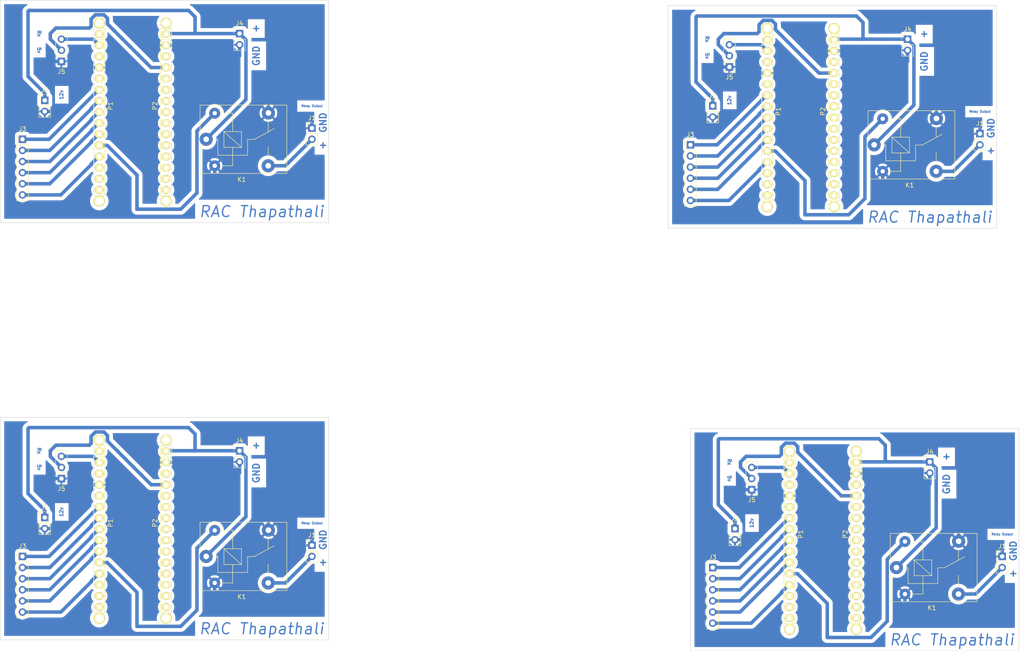
<source format=kicad_pcb>
(kicad_pcb (version 20171130) (host pcbnew "(5.1.5)-3")
  (title_block (date "jeu. 02 avril 2015"))
  (layers (0 F.Cu signal) (31 B.Cu signal) (34 B.Paste user) (35 F.Paste user) (36 B.SilkS user) (37 F.SilkS user) (38 B.Mask user) (39 F.Mask user) (44 Edge.Cuts user))
  (net 0 "")
  (net 1 "/1(Tx)")
  (net 2 "/0(Rx)")
  (net 3 /Reset)
  (net 4 GND)
  (net 5 /2)
  (net 6 "/3(**)")
  (net 7 /4)
  (net 8 "/5(**)")
  (net 9 "/6(**)")
  (net 10 /7)
  (net 11 /8)
  (net 12 "/9(**)")
  (net 13 "/10(**/SS)")
  (net 14 /Vin)
  (net 15 +5V)
  (net 16 /A7)
  (net 17 /A6)
  (net 18 /A5)
  (net 19 /A4)
  (net 20 /A3)
  (net 21 /A2)
  (net 22 /A1)
  (net 23 /A0)
  (net 24 /AREF)
  (net 25 "/13(SCK)")
  (net 26 "Net-(P3-Pad1)")
  (net 27 "Net-(P4-Pad1)")
  (net 28 "Net-(P5-Pad1)")
  (net 29 "Net-(P6-Pad1)")
  (net 30 +3V3)
  (net 31 "/11(**/MOSI)")
  (net 32 "/12(MISO)")
  (net 33 "Net-(J1-Pad2)")
  (module Connector_PinHeader_2.54mm:PinHeader_1x02_P2.54mm_Vertical (layer F.Cu) (at 237.49 129.54)
    (fp_text reference J4 (at 0 -2.33) (layer F.SilkS))
    (fp_text value "Terminal Connector")
    (pad 2 thru_hole oval (at 0 2.54) (size 1.7 1.7) (drill 1) (layers *.Cu *.Mask))
    (pad 1 thru_hole rect (at 0 0) (size 1.7 1.7) (drill 1) (layers *.Cu *.Mask))
  )
  (module Socket_Arduino_Nano:1pin_Nano (layer F.Cu) (at 205.486 167.767)
    (fp_text reference P4 hide)
    (fp_text value CONN_01X01 hide)
    (pad 1 thru_hole circle (at 0 0) (size 2.54 2.54) (drill 1.778) (layers *.Cu *.Mask F.SilkS))
  )
  (module Connector_PinHeader_2.54mm:PinHeader_1x03_P2.54mm_Vertical (layer F.Cu) (at 196.85 135.89 180)
    (fp_text reference J5 (at 0 -2.33) (layer F.SilkS))
    (fp_text value Reciever)
    (pad 3 thru_hole oval (at 0 5.08 180) (size 1.7 1.7) (drill 1) (layers *.Cu *.Mask))
    (pad 2 thru_hole oval (at 0 2.54 180) (size 1.7 1.7) (drill 1) (layers *.Cu *.Mask))
    (pad 1 thru_hole rect (at 0 0 180) (size 1.7 1.7) (drill 1) (layers *.Cu *.Mask))
  )
  (module Socket_Arduino_Nano:1pin_Nano (layer F.Cu) (at 220.726 167.767)
    (fp_text reference P5 hide)
    (fp_text value CONN_01X01 hide)
    (pad 1 thru_hole circle (at 0 0) (size 2.54 2.54) (drill 1.778) (layers *.Cu *.Mask F.SilkS))
  )
  (module Connector_PinHeader_2.54mm:PinHeader_1x02_P2.54mm_Vertical (layer F.Cu) (at 254 151.13)
    (fp_text reference J1 (at 0 -2.33) (layer F.SilkS))
    (fp_text value "Output Relay")
    (pad 2 thru_hole oval (at 0 2.54) (size 1.7 1.7) (drill 1) (layers *.Cu *.Mask))
    (pad 1 thru_hole rect (at 0 0) (size 1.7 1.7) (drill 1) (layers *.Cu *.Mask))
  )
  (module Relay_THT:Relay_SPDT_SANYOU_SRD_Series_Form_C (layer F.Cu) (at 229.87 153.67)
    (fp_text reference K1 (at 8.1 9.2) (layer F.SilkS))
    (fp_text value SANYOU_SRD_Form_C)
    (pad 1 thru_hole circle (at 0 0 90) (size 3 3) (drill 1.3) (layers *.Cu *.Mask))
    (pad 5 thru_hole circle (at 1.95 -5.95 90) (size 2.5 2.5) (drill 1) (layers *.Cu *.Mask))
    (pad 4 thru_hole circle (at 14.2 -6 90) (size 3 3) (drill 1.3) (layers *.Cu *.Mask))
    (pad 3 thru_hole circle (at 14.15 6.05 90) (size 3 3) (drill 1.3) (layers *.Cu *.Mask))
    (pad 2 thru_hole circle (at 1.95 6.05 90) (size 2.5 2.5) (drill 1) (layers *.Cu *.Mask))
  )
  (module Socket_Arduino_Nano:1pin_Nano (layer F.Cu) (at 205.486 127.127)
    (fp_text reference P3 hide)
    (fp_text value CONN_01X01 hide)
    (pad 1 thru_hole circle (at 0 0) (size 2.54 2.54) (drill 1.778) (layers *.Cu *.Mask F.SilkS))
  )
  (module Connector_PinHeader_2.54mm:PinHeader_1x02_P2.54mm_Vertical (layer F.Cu) (at 193.04 144.78)
    (fp_text reference J2 (at 0 -2.33) (layer F.SilkS))
    (fp_text value "Motor driver io")
    (pad 2 thru_hole oval (at 0 2.54) (size 1.7 1.7) (drill 1) (layers *.Cu *.Mask))
    (pad 1 thru_hole rect (at 0 0) (size 1.7 1.7) (drill 1) (layers *.Cu *.Mask))
  )
  (module Socket_Arduino_Nano:Socket_Strip_Arduino_1x15 (layer F.Cu) (at 205.486 129.667 270)
    (fp_text reference P1 (at 16.383 -2.54 270) (layer F.SilkS))
    (fp_text value Digital)
    (pad 1 thru_hole oval (at 0 0 270) (size 1.7272 2.032) (drill 1.016) (layers *.Cu *.Mask F.SilkS))
    (pad 2 thru_hole oval (at 2.54 0 270) (size 1.7272 2.032) (drill 1.016) (layers *.Cu *.Mask F.SilkS))
    (pad 3 thru_hole oval (at 5.08 0 270) (size 1.7272 2.032) (drill 1.016) (layers *.Cu *.Mask F.SilkS))
    (pad 4 thru_hole oval (at 7.62 0 270) (size 1.7272 2.032) (drill 1.016) (layers *.Cu *.Mask F.SilkS))
    (pad 5 thru_hole oval (at 10.16 0 270) (size 1.7272 2.032) (drill 1.016) (layers *.Cu *.Mask F.SilkS))
    (pad 6 thru_hole oval (at 12.7 0 270) (size 1.7272 2.032) (drill 1.016) (layers *.Cu *.Mask F.SilkS))
    (pad 7 thru_hole oval (at 15.24 0 270) (size 1.7272 2.032) (drill 1.016) (layers *.Cu *.Mask F.SilkS))
    (pad 8 thru_hole oval (at 17.78 0 270) (size 1.7272 2.032) (drill 1.016) (layers *.Cu *.Mask F.SilkS))
    (pad 9 thru_hole oval (at 20.32 0 270) (size 1.7272 2.032) (drill 1.016) (layers *.Cu *.Mask F.SilkS))
    (pad 10 thru_hole oval (at 22.86 0 270) (size 1.7272 2.032) (drill 1.016) (layers *.Cu *.Mask F.SilkS))
    (pad 11 thru_hole oval (at 25.4 0 270) (size 1.7272 2.032) (drill 1.016) (layers *.Cu *.Mask F.SilkS))
    (pad 12 thru_hole oval (at 27.94 0 270) (size 1.7272 2.032) (drill 1.016) (layers *.Cu *.Mask F.SilkS))
    (pad 13 thru_hole oval (at 30.48 0 270) (size 1.7272 2.032) (drill 1.016) (layers *.Cu *.Mask F.SilkS))
    (pad 14 thru_hole oval (at 33.02 0 270) (size 1.7272 2.032) (drill 1.016) (layers *.Cu *.Mask F.SilkS))
    (pad 15 thru_hole oval (at 35.56 0 270) (size 1.7272 2.032) (drill 1.016) (layers *.Cu *.Mask F.SilkS))
  )
  (module Socket_Arduino_Nano:1pin_Nano (layer F.Cu) (at 220.726 127.127)
    (fp_text reference P6 hide)
    (fp_text value CONN_01X01 hide)
    (pad 1 thru_hole circle (at 0 0) (size 2.54 2.54) (drill 1.778) (layers *.Cu *.Mask F.SilkS))
  )
  (module Socket_Arduino_Nano:Socket_Strip_Arduino_1x15 (layer F.Cu) (at 220.726 129.667 270)
    (fp_text reference P2 (at 16.383 2.54 270) (layer F.SilkS))
    (fp_text value Analog)
    (pad 1 thru_hole oval (at 0 0 270) (size 1.7272 2.032) (drill 1.016) (layers *.Cu *.Mask F.SilkS))
    (pad 2 thru_hole oval (at 2.54 0 270) (size 1.7272 2.032) (drill 1.016) (layers *.Cu *.Mask F.SilkS))
    (pad 3 thru_hole oval (at 5.08 0 270) (size 1.7272 2.032) (drill 1.016) (layers *.Cu *.Mask F.SilkS))
    (pad 4 thru_hole oval (at 7.62 0 270) (size 1.7272 2.032) (drill 1.016) (layers *.Cu *.Mask F.SilkS))
    (pad 5 thru_hole oval (at 10.16 0 270) (size 1.7272 2.032) (drill 1.016) (layers *.Cu *.Mask F.SilkS))
    (pad 6 thru_hole oval (at 12.7 0 270) (size 1.7272 2.032) (drill 1.016) (layers *.Cu *.Mask F.SilkS))
    (pad 7 thru_hole oval (at 15.24 0 270) (size 1.7272 2.032) (drill 1.016) (layers *.Cu *.Mask F.SilkS))
    (pad 8 thru_hole oval (at 17.78 0 270) (size 1.7272 2.032) (drill 1.016) (layers *.Cu *.Mask F.SilkS))
    (pad 9 thru_hole oval (at 20.32 0 270) (size 1.7272 2.032) (drill 1.016) (layers *.Cu *.Mask F.SilkS))
    (pad 10 thru_hole oval (at 22.86 0 270) (size 1.7272 2.032) (drill 1.016) (layers *.Cu *.Mask F.SilkS))
    (pad 11 thru_hole oval (at 25.4 0 270) (size 1.7272 2.032) (drill 1.016) (layers *.Cu *.Mask F.SilkS))
    (pad 12 thru_hole oval (at 27.94 0 270) (size 1.7272 2.032) (drill 1.016) (layers *.Cu *.Mask F.SilkS))
    (pad 13 thru_hole oval (at 30.48 0 270) (size 1.7272 2.032) (drill 1.016) (layers *.Cu *.Mask F.SilkS))
    (pad 14 thru_hole oval (at 33.02 0 270) (size 1.7272 2.032) (drill 1.016) (layers *.Cu *.Mask F.SilkS))
    (pad 15 thru_hole oval (at 35.56 0 270) (size 1.7272 2.032) (drill 1.016) (layers *.Cu *.Mask F.SilkS))
  )
  (module Connector_PinHeader_2.54mm:PinHeader_1x06_P2.54mm_Vertical (layer F.Cu) (at 187.96 153.67)
    (fp_text reference J3 (at 0 -2.33) (layer F.SilkS))
    (fp_text value "Motor Driver")
    (pad 6 thru_hole oval (at 0 12.7) (size 1.7 1.7) (drill 1) (layers *.Cu *.Mask))
    (pad 5 thru_hole oval (at 0 10.16) (size 1.7 1.7) (drill 1) (layers *.Cu *.Mask))
    (pad 4 thru_hole oval (at 0 7.62) (size 1.7 1.7) (drill 1) (layers *.Cu *.Mask))
    (pad 3 thru_hole oval (at 0 5.08) (size 1.7 1.7) (drill 1) (layers *.Cu *.Mask))
    (pad 2 thru_hole oval (at 0 2.54) (size 1.7 1.7) (drill 1) (layers *.Cu *.Mask))
    (pad 1 thru_hole rect (at 0 0) (size 1.7 1.7) (drill 1) (layers *.Cu *.Mask))
  )
  (module Socket_Arduino_Nano:1pin_Nano (layer F.Cu) (at 200.406 71.247)
    (fp_text reference P4 hide)
    (fp_text value CONN_01X01 hide)
    (pad 1 thru_hole circle (at 0 0) (size 2.54 2.54) (drill 1.778) (layers *.Cu *.Mask F.SilkS))
  )
  (module Socket_Arduino_Nano:1pin_Nano (layer F.Cu) (at 215.646 30.607)
    (fp_text reference P6 hide)
    (fp_text value CONN_01X01 hide)
    (pad 1 thru_hole circle (at 0 0) (size 2.54 2.54) (drill 1.778) (layers *.Cu *.Mask F.SilkS))
  )
  (module Connector_PinHeader_2.54mm:PinHeader_1x02_P2.54mm_Vertical (layer F.Cu) (at 232.41 33.02)
    (fp_text reference J4 (at 0 -2.33) (layer F.SilkS))
    (fp_text value "Terminal Connector")
    (pad 1 thru_hole rect (at 0 0) (size 1.7 1.7) (drill 1) (layers *.Cu *.Mask))
    (pad 2 thru_hole oval (at 0 2.54) (size 1.7 1.7) (drill 1) (layers *.Cu *.Mask))
  )
  (module Socket_Arduino_Nano:Socket_Strip_Arduino_1x15 (layer F.Cu) (at 215.646 33.147 270)
    (fp_text reference P2 (at 16.383 2.54 270) (layer F.SilkS))
    (fp_text value Analog)
    (pad 15 thru_hole oval (at 35.56 0 270) (size 1.7272 2.032) (drill 1.016) (layers *.Cu *.Mask F.SilkS))
    (pad 14 thru_hole oval (at 33.02 0 270) (size 1.7272 2.032) (drill 1.016) (layers *.Cu *.Mask F.SilkS))
    (pad 13 thru_hole oval (at 30.48 0 270) (size 1.7272 2.032) (drill 1.016) (layers *.Cu *.Mask F.SilkS))
    (pad 12 thru_hole oval (at 27.94 0 270) (size 1.7272 2.032) (drill 1.016) (layers *.Cu *.Mask F.SilkS))
    (pad 11 thru_hole oval (at 25.4 0 270) (size 1.7272 2.032) (drill 1.016) (layers *.Cu *.Mask F.SilkS))
    (pad 10 thru_hole oval (at 22.86 0 270) (size 1.7272 2.032) (drill 1.016) (layers *.Cu *.Mask F.SilkS))
    (pad 9 thru_hole oval (at 20.32 0 270) (size 1.7272 2.032) (drill 1.016) (layers *.Cu *.Mask F.SilkS))
    (pad 8 thru_hole oval (at 17.78 0 270) (size 1.7272 2.032) (drill 1.016) (layers *.Cu *.Mask F.SilkS))
    (pad 7 thru_hole oval (at 15.24 0 270) (size 1.7272 2.032) (drill 1.016) (layers *.Cu *.Mask F.SilkS))
    (pad 6 thru_hole oval (at 12.7 0 270) (size 1.7272 2.032) (drill 1.016) (layers *.Cu *.Mask F.SilkS))
    (pad 5 thru_hole oval (at 10.16 0 270) (size 1.7272 2.032) (drill 1.016) (layers *.Cu *.Mask F.SilkS))
    (pad 4 thru_hole oval (at 7.62 0 270) (size 1.7272 2.032) (drill 1.016) (layers *.Cu *.Mask F.SilkS))
    (pad 3 thru_hole oval (at 5.08 0 270) (size 1.7272 2.032) (drill 1.016) (layers *.Cu *.Mask F.SilkS))
    (pad 2 thru_hole oval (at 2.54 0 270) (size 1.7272 2.032) (drill 1.016) (layers *.Cu *.Mask F.SilkS))
    (pad 1 thru_hole oval (at 0 0 270) (size 1.7272 2.032) (drill 1.016) (layers *.Cu *.Mask F.SilkS))
  )
  (module Connector_PinHeader_2.54mm:PinHeader_1x03_P2.54mm_Vertical (layer F.Cu) (at 191.77 39.37 180)
    (fp_text reference J5 (at 0 -2.33) (layer F.SilkS))
    (fp_text value Reciever)
    (pad 1 thru_hole rect (at 0 0 180) (size 1.7 1.7) (drill 1) (layers *.Cu *.Mask))
    (pad 2 thru_hole oval (at 0 2.54 180) (size 1.7 1.7) (drill 1) (layers *.Cu *.Mask))
    (pad 3 thru_hole oval (at 0 5.08 180) (size 1.7 1.7) (drill 1) (layers *.Cu *.Mask))
  )
  (module Connector_PinHeader_2.54mm:PinHeader_1x02_P2.54mm_Vertical (layer F.Cu) (at 187.96 48.26)
    (fp_text reference J2 (at 0 -2.33) (layer F.SilkS))
    (fp_text value "Motor driver io")
    (pad 1 thru_hole rect (at 0 0) (size 1.7 1.7) (drill 1) (layers *.Cu *.Mask))
    (pad 2 thru_hole oval (at 0 2.54) (size 1.7 1.7) (drill 1) (layers *.Cu *.Mask))
  )
  (module Connector_PinHeader_2.54mm:PinHeader_1x06_P2.54mm_Vertical (layer F.Cu) (at 182.88 57.15)
    (fp_text reference J3 (at 0 -2.33) (layer F.SilkS))
    (fp_text value "Motor Driver")
    (pad 1 thru_hole rect (at 0 0) (size 1.7 1.7) (drill 1) (layers *.Cu *.Mask))
    (pad 2 thru_hole oval (at 0 2.54) (size 1.7 1.7) (drill 1) (layers *.Cu *.Mask))
    (pad 3 thru_hole oval (at 0 5.08) (size 1.7 1.7) (drill 1) (layers *.Cu *.Mask))
    (pad 4 thru_hole oval (at 0 7.62) (size 1.7 1.7) (drill 1) (layers *.Cu *.Mask))
    (pad 5 thru_hole oval (at 0 10.16) (size 1.7 1.7) (drill 1) (layers *.Cu *.Mask))
    (pad 6 thru_hole oval (at 0 12.7) (size 1.7 1.7) (drill 1) (layers *.Cu *.Mask))
  )
  (module Socket_Arduino_Nano:Socket_Strip_Arduino_1x15 (layer F.Cu) (at 200.406 33.147 270)
    (fp_text reference P1 (at 16.383 -2.54 270) (layer F.SilkS))
    (fp_text value Digital)
    (pad 15 thru_hole oval (at 35.56 0 270) (size 1.7272 2.032) (drill 1.016) (layers *.Cu *.Mask F.SilkS))
    (pad 14 thru_hole oval (at 33.02 0 270) (size 1.7272 2.032) (drill 1.016) (layers *.Cu *.Mask F.SilkS))
    (pad 13 thru_hole oval (at 30.48 0 270) (size 1.7272 2.032) (drill 1.016) (layers *.Cu *.Mask F.SilkS))
    (pad 12 thru_hole oval (at 27.94 0 270) (size 1.7272 2.032) (drill 1.016) (layers *.Cu *.Mask F.SilkS))
    (pad 11 thru_hole oval (at 25.4 0 270) (size 1.7272 2.032) (drill 1.016) (layers *.Cu *.Mask F.SilkS))
    (pad 10 thru_hole oval (at 22.86 0 270) (size 1.7272 2.032) (drill 1.016) (layers *.Cu *.Mask F.SilkS))
    (pad 9 thru_hole oval (at 20.32 0 270) (size 1.7272 2.032) (drill 1.016) (layers *.Cu *.Mask F.SilkS))
    (pad 8 thru_hole oval (at 17.78 0 270) (size 1.7272 2.032) (drill 1.016) (layers *.Cu *.Mask F.SilkS))
    (pad 7 thru_hole oval (at 15.24 0 270) (size 1.7272 2.032) (drill 1.016) (layers *.Cu *.Mask F.SilkS))
    (pad 6 thru_hole oval (at 12.7 0 270) (size 1.7272 2.032) (drill 1.016) (layers *.Cu *.Mask F.SilkS))
    (pad 5 thru_hole oval (at 10.16 0 270) (size 1.7272 2.032) (drill 1.016) (layers *.Cu *.Mask F.SilkS))
    (pad 4 thru_hole oval (at 7.62 0 270) (size 1.7272 2.032) (drill 1.016) (layers *.Cu *.Mask F.SilkS))
    (pad 3 thru_hole oval (at 5.08 0 270) (size 1.7272 2.032) (drill 1.016) (layers *.Cu *.Mask F.SilkS))
    (pad 2 thru_hole oval (at 2.54 0 270) (size 1.7272 2.032) (drill 1.016) (layers *.Cu *.Mask F.SilkS))
    (pad 1 thru_hole oval (at 0 0 270) (size 1.7272 2.032) (drill 1.016) (layers *.Cu *.Mask F.SilkS))
  )
  (module Socket_Arduino_Nano:1pin_Nano (layer F.Cu) (at 215.646 71.247)
    (fp_text reference P5 hide)
    (fp_text value CONN_01X01 hide)
    (pad 1 thru_hole circle (at 0 0) (size 2.54 2.54) (drill 1.778) (layers *.Cu *.Mask F.SilkS))
  )
  (module Connector_PinHeader_2.54mm:PinHeader_1x02_P2.54mm_Vertical (layer F.Cu) (at 248.92 54.61)
    (fp_text reference J1 (at 0 -2.33) (layer F.SilkS))
    (fp_text value "Output Relay")
    (pad 1 thru_hole rect (at 0 0) (size 1.7 1.7) (drill 1) (layers *.Cu *.Mask))
    (pad 2 thru_hole oval (at 0 2.54) (size 1.7 1.7) (drill 1) (layers *.Cu *.Mask))
  )
  (module Relay_THT:Relay_SPDT_SANYOU_SRD_Series_Form_C (layer F.Cu) (at 224.79 57.15)
    (fp_text reference K1 (at 8.1 9.2) (layer F.SilkS))
    (fp_text value SANYOU_SRD_Form_C)
    (pad 2 thru_hole circle (at 1.95 6.05 90) (size 2.5 2.5) (drill 1) (layers *.Cu *.Mask))
    (pad 3 thru_hole circle (at 14.15 6.05 90) (size 3 3) (drill 1.3) (layers *.Cu *.Mask))
    (pad 4 thru_hole circle (at 14.2 -6 90) (size 3 3) (drill 1.3) (layers *.Cu *.Mask))
    (pad 5 thru_hole circle (at 1.95 -5.95 90) (size 2.5 2.5) (drill 1) (layers *.Cu *.Mask))
    (pad 1 thru_hole circle (at 0 0 90) (size 3 3) (drill 1.3) (layers *.Cu *.Mask))
  )
  (module Socket_Arduino_Nano:1pin_Nano (layer F.Cu) (at 200.406 30.607)
    (fp_text reference P3 hide)
    (fp_text value CONN_01X01 hide)
    (pad 1 thru_hole circle (at 0 0) (size 2.54 2.54) (drill 1.778) (layers *.Cu *.Mask F.SilkS))
  )
  (module Socket_Arduino_Nano:1pin_Nano (layer F.Cu) (at 48.006 69.977)
    (fp_text reference P4 hide)
    (fp_text value CONN_01X01 hide)
    (pad 1 thru_hole circle (at 0 0) (size 2.54 2.54) (drill 1.778) (layers *.Cu *.Mask F.SilkS))
  )
  (module Socket_Arduino_Nano:1pin_Nano (layer F.Cu) (at 63.246 29.337)
    (fp_text reference P6 hide)
    (fp_text value CONN_01X01 hide)
    (pad 1 thru_hole circle (at 0 0) (size 2.54 2.54) (drill 1.778) (layers *.Cu *.Mask F.SilkS))
  )
  (module Connector_PinHeader_2.54mm:PinHeader_1x02_P2.54mm_Vertical (layer F.Cu) (at 80.01 31.75)
    (fp_text reference J4 (at 0 -2.33) (layer F.SilkS))
    (fp_text value "Terminal Connector")
    (pad 1 thru_hole rect (at 0 0) (size 1.7 1.7) (drill 1) (layers *.Cu *.Mask))
    (pad 2 thru_hole oval (at 0 2.54) (size 1.7 1.7) (drill 1) (layers *.Cu *.Mask))
  )
  (module Socket_Arduino_Nano:Socket_Strip_Arduino_1x15 (layer F.Cu) (at 63.246 31.877 270)
    (fp_text reference P2 (at 16.383 2.54 270) (layer F.SilkS))
    (fp_text value Analog)
    (pad 15 thru_hole oval (at 35.56 0 270) (size 1.7272 2.032) (drill 1.016) (layers *.Cu *.Mask F.SilkS))
    (pad 14 thru_hole oval (at 33.02 0 270) (size 1.7272 2.032) (drill 1.016) (layers *.Cu *.Mask F.SilkS))
    (pad 13 thru_hole oval (at 30.48 0 270) (size 1.7272 2.032) (drill 1.016) (layers *.Cu *.Mask F.SilkS))
    (pad 12 thru_hole oval (at 27.94 0 270) (size 1.7272 2.032) (drill 1.016) (layers *.Cu *.Mask F.SilkS))
    (pad 11 thru_hole oval (at 25.4 0 270) (size 1.7272 2.032) (drill 1.016) (layers *.Cu *.Mask F.SilkS))
    (pad 10 thru_hole oval (at 22.86 0 270) (size 1.7272 2.032) (drill 1.016) (layers *.Cu *.Mask F.SilkS))
    (pad 9 thru_hole oval (at 20.32 0 270) (size 1.7272 2.032) (drill 1.016) (layers *.Cu *.Mask F.SilkS))
    (pad 8 thru_hole oval (at 17.78 0 270) (size 1.7272 2.032) (drill 1.016) (layers *.Cu *.Mask F.SilkS))
    (pad 7 thru_hole oval (at 15.24 0 270) (size 1.7272 2.032) (drill 1.016) (layers *.Cu *.Mask F.SilkS))
    (pad 6 thru_hole oval (at 12.7 0 270) (size 1.7272 2.032) (drill 1.016) (layers *.Cu *.Mask F.SilkS))
    (pad 5 thru_hole oval (at 10.16 0 270) (size 1.7272 2.032) (drill 1.016) (layers *.Cu *.Mask F.SilkS))
    (pad 4 thru_hole oval (at 7.62 0 270) (size 1.7272 2.032) (drill 1.016) (layers *.Cu *.Mask F.SilkS))
    (pad 3 thru_hole oval (at 5.08 0 270) (size 1.7272 2.032) (drill 1.016) (layers *.Cu *.Mask F.SilkS))
    (pad 2 thru_hole oval (at 2.54 0 270) (size 1.7272 2.032) (drill 1.016) (layers *.Cu *.Mask F.SilkS))
    (pad 1 thru_hole oval (at 0 0 270) (size 1.7272 2.032) (drill 1.016) (layers *.Cu *.Mask F.SilkS))
  )
  (module Connector_PinHeader_2.54mm:PinHeader_1x03_P2.54mm_Vertical (layer F.Cu) (at 39.37 38.1 180)
    (fp_text reference J5 (at 0 -2.33) (layer F.SilkS))
    (fp_text value Reciever)
    (pad 1 thru_hole rect (at 0 0 180) (size 1.7 1.7) (drill 1) (layers *.Cu *.Mask))
    (pad 2 thru_hole oval (at 0 2.54 180) (size 1.7 1.7) (drill 1) (layers *.Cu *.Mask))
    (pad 3 thru_hole oval (at 0 5.08 180) (size 1.7 1.7) (drill 1) (layers *.Cu *.Mask))
  )
  (module Connector_PinHeader_2.54mm:PinHeader_1x02_P2.54mm_Vertical (layer F.Cu) (at 35.56 46.99)
    (fp_text reference J2 (at 0 -2.33) (layer F.SilkS))
    (fp_text value "Motor driver io")
    (pad 1 thru_hole rect (at 0 0) (size 1.7 1.7) (drill 1) (layers *.Cu *.Mask))
    (pad 2 thru_hole oval (at 0 2.54) (size 1.7 1.7) (drill 1) (layers *.Cu *.Mask))
  )
  (module Connector_PinHeader_2.54mm:PinHeader_1x06_P2.54mm_Vertical (layer F.Cu) (at 30.48 55.88)
    (fp_text reference J3 (at 0 -2.33) (layer F.SilkS))
    (fp_text value "Motor Driver")
    (pad 1 thru_hole rect (at 0 0) (size 1.7 1.7) (drill 1) (layers *.Cu *.Mask))
    (pad 2 thru_hole oval (at 0 2.54) (size 1.7 1.7) (drill 1) (layers *.Cu *.Mask))
    (pad 3 thru_hole oval (at 0 5.08) (size 1.7 1.7) (drill 1) (layers *.Cu *.Mask))
    (pad 4 thru_hole oval (at 0 7.62) (size 1.7 1.7) (drill 1) (layers *.Cu *.Mask))
    (pad 5 thru_hole oval (at 0 10.16) (size 1.7 1.7) (drill 1) (layers *.Cu *.Mask))
    (pad 6 thru_hole oval (at 0 12.7) (size 1.7 1.7) (drill 1) (layers *.Cu *.Mask))
  )
  (module Socket_Arduino_Nano:Socket_Strip_Arduino_1x15 (layer F.Cu) (at 48.006 31.877 270)
    (fp_text reference P1 (at 16.383 -2.54 270) (layer F.SilkS))
    (fp_text value Digital)
    (pad 15 thru_hole oval (at 35.56 0 270) (size 1.7272 2.032) (drill 1.016) (layers *.Cu *.Mask F.SilkS))
    (pad 14 thru_hole oval (at 33.02 0 270) (size 1.7272 2.032) (drill 1.016) (layers *.Cu *.Mask F.SilkS))
    (pad 13 thru_hole oval (at 30.48 0 270) (size 1.7272 2.032) (drill 1.016) (layers *.Cu *.Mask F.SilkS))
    (pad 12 thru_hole oval (at 27.94 0 270) (size 1.7272 2.032) (drill 1.016) (layers *.Cu *.Mask F.SilkS))
    (pad 11 thru_hole oval (at 25.4 0 270) (size 1.7272 2.032) (drill 1.016) (layers *.Cu *.Mask F.SilkS))
    (pad 10 thru_hole oval (at 22.86 0 270) (size 1.7272 2.032) (drill 1.016) (layers *.Cu *.Mask F.SilkS))
    (pad 9 thru_hole oval (at 20.32 0 270) (size 1.7272 2.032) (drill 1.016) (layers *.Cu *.Mask F.SilkS))
    (pad 8 thru_hole oval (at 17.78 0 270) (size 1.7272 2.032) (drill 1.016) (layers *.Cu *.Mask F.SilkS))
    (pad 7 thru_hole oval (at 15.24 0 270) (size 1.7272 2.032) (drill 1.016) (layers *.Cu *.Mask F.SilkS))
    (pad 6 thru_hole oval (at 12.7 0 270) (size 1.7272 2.032) (drill 1.016) (layers *.Cu *.Mask F.SilkS))
    (pad 5 thru_hole oval (at 10.16 0 270) (size 1.7272 2.032) (drill 1.016) (layers *.Cu *.Mask F.SilkS))
    (pad 4 thru_hole oval (at 7.62 0 270) (size 1.7272 2.032) (drill 1.016) (layers *.Cu *.Mask F.SilkS))
    (pad 3 thru_hole oval (at 5.08 0 270) (size 1.7272 2.032) (drill 1.016) (layers *.Cu *.Mask F.SilkS))
    (pad 2 thru_hole oval (at 2.54 0 270) (size 1.7272 2.032) (drill 1.016) (layers *.Cu *.Mask F.SilkS))
    (pad 1 thru_hole oval (at 0 0 270) (size 1.7272 2.032) (drill 1.016) (layers *.Cu *.Mask F.SilkS))
  )
  (module Socket_Arduino_Nano:1pin_Nano (layer F.Cu) (at 63.246 69.977)
    (fp_text reference P5 hide)
    (fp_text value CONN_01X01 hide)
    (pad 1 thru_hole circle (at 0 0) (size 2.54 2.54) (drill 1.778) (layers *.Cu *.Mask F.SilkS))
  )
  (module Connector_PinHeader_2.54mm:PinHeader_1x02_P2.54mm_Vertical (layer F.Cu) (at 96.52 53.34)
    (fp_text reference J1 (at 0 -2.33) (layer F.SilkS))
    (fp_text value "Output Relay")
    (pad 1 thru_hole rect (at 0 0) (size 1.7 1.7) (drill 1) (layers *.Cu *.Mask))
    (pad 2 thru_hole oval (at 0 2.54) (size 1.7 1.7) (drill 1) (layers *.Cu *.Mask))
  )
  (module Relay_THT:Relay_SPDT_SANYOU_SRD_Series_Form_C (layer F.Cu) (at 72.39 55.88)
    (fp_text reference K1 (at 8.1 9.2) (layer F.SilkS))
    (fp_text value SANYOU_SRD_Form_C)
    (pad 2 thru_hole circle (at 1.95 6.05 90) (size 2.5 2.5) (drill 1) (layers *.Cu *.Mask))
    (pad 3 thru_hole circle (at 14.15 6.05 90) (size 3 3) (drill 1.3) (layers *.Cu *.Mask))
    (pad 4 thru_hole circle (at 14.2 -6 90) (size 3 3) (drill 1.3) (layers *.Cu *.Mask))
    (pad 5 thru_hole circle (at 1.95 -5.95 90) (size 2.5 2.5) (drill 1) (layers *.Cu *.Mask))
    (pad 1 thru_hole circle (at 0 0 90) (size 3 3) (drill 1.3) (layers *.Cu *.Mask))
  )
  (module Socket_Arduino_Nano:1pin_Nano (layer F.Cu) (at 48.006 29.337)
    (fp_text reference P3 hide)
    (fp_text value CONN_01X01 hide)
    (pad 1 thru_hole circle (at 0 0) (size 2.54 2.54) (drill 1.778) (layers *.Cu *.Mask F.SilkS))
  )
  (module Relay_THT:Relay_SPDT_SANYOU_SRD_Series_Form_C (layer F.Cu) (at 72.39 151.13)
    (fp_text reference K1 (at 8.1 9.2) (layer F.SilkS))
    (fp_text value SANYOU_SRD_Form_C)
    (pad 1 thru_hole circle (at 0 0 90) (size 3 3) (drill 1.3) (layers *.Cu *.Mask) (net 14 /Vin))
    (pad 5 thru_hole circle (at 1.95 -5.95 90) (size 2.5 2.5) (drill 1) (layers *.Cu *.Mask) (net 11 /8))
    (pad 4 thru_hole circle (at 14.2 -6 90) (size 3 3) (drill 1.3) (layers *.Cu *.Mask) (net 4 GND))
    (pad 3 thru_hole circle (at 14.15 6.05 90) (size 3 3) (drill 1.3) (layers *.Cu *.Mask) (net 33 "Net-(J1-Pad2)"))
    (pad 2 thru_hole circle (at 1.95 6.05 90) (size 2.5 2.5) (drill 1) (layers *.Cu *.Mask) (net 4 GND))
  )
  (module Connector_PinHeader_2.54mm:PinHeader_1x03_P2.54mm_Vertical (layer F.Cu) (at 39.37 133.35 180)
    (fp_text reference J5 (at 0 -2.33) (layer F.SilkS))
    (fp_text value Reciever)
    (pad 3 thru_hole oval (at 0 5.08 180) (size 1.7 1.7) (drill 1) (layers *.Cu *.Mask) (net 2 "/0(Rx)"))
    (pad 2 thru_hole oval (at 0 2.54 180) (size 1.7 1.7) (drill 1) (layers *.Cu *.Mask) (net 15 +5V))
    (pad 1 thru_hole rect (at 0 0 180) (size 1.7 1.7) (drill 1) (layers *.Cu *.Mask) (net 4 GND))
  )
  (module Connector_PinHeader_2.54mm:PinHeader_1x02_P2.54mm_Vertical (layer F.Cu) (at 80.01 127)
    (fp_text reference J4 (at 0 -2.33) (layer F.SilkS))
    (fp_text value "Terminal Connector")
    (pad 2 thru_hole oval (at 0 2.54) (size 1.7 1.7) (drill 1) (layers *.Cu *.Mask) (net 4 GND))
    (pad 1 thru_hole rect (at 0 0) (size 1.7 1.7) (drill 1) (layers *.Cu *.Mask) (net 14 /Vin))
  )
  (module Connector_PinHeader_2.54mm:PinHeader_1x06_P2.54mm_Vertical (layer F.Cu) (at 30.48 151.13)
    (fp_text reference J3 (at 0 -2.33) (layer F.SilkS))
    (fp_text value "Motor Driver")
    (pad 6 thru_hole oval (at 0 12.7) (size 1.7 1.7) (drill 1) (layers *.Cu *.Mask) (net 12 "/9(**)"))
    (pad 5 thru_hole oval (at 0 10.16) (size 1.7 1.7) (drill 1) (layers *.Cu *.Mask) (net 10 /7))
    (pad 4 thru_hole oval (at 0 7.62) (size 1.7 1.7) (drill 1) (layers *.Cu *.Mask) (net 9 "/6(**)"))
    (pad 3 thru_hole oval (at 0 5.08) (size 1.7 1.7) (drill 1) (layers *.Cu *.Mask) (net 8 "/5(**)"))
    (pad 2 thru_hole oval (at 0 2.54) (size 1.7 1.7) (drill 1) (layers *.Cu *.Mask) (net 7 /4))
    (pad 1 thru_hole rect (at 0 0) (size 1.7 1.7) (drill 1) (layers *.Cu *.Mask) (net 6 "/3(**)"))
  )
  (module Connector_PinHeader_2.54mm:PinHeader_1x02_P2.54mm_Vertical (layer F.Cu) (at 35.56 142.24)
    (fp_text reference J2 (at 0 -2.33) (layer F.SilkS))
    (fp_text value "Motor driver io")
    (pad 2 thru_hole oval (at 0 2.54) (size 1.7 1.7) (drill 1) (layers *.Cu *.Mask) (net 4 GND))
    (pad 1 thru_hole rect (at 0 0) (size 1.7 1.7) (drill 1) (layers *.Cu *.Mask) (net 14 /Vin))
  )
  (module Connector_PinHeader_2.54mm:PinHeader_1x02_P2.54mm_Vertical (layer F.Cu) (at 96.52 148.59)
    (fp_text reference J1 (at 0 -2.33) (layer F.SilkS))
    (fp_text value "Output Relay")
    (pad 2 thru_hole oval (at 0 2.54) (size 1.7 1.7) (drill 1) (layers *.Cu *.Mask) (net 33 "Net-(J1-Pad2)"))
    (pad 1 thru_hole rect (at 0 0) (size 1.7 1.7) (drill 1) (layers *.Cu *.Mask) (net 4 GND))
  )
  (module Socket_Arduino_Nano:Socket_Strip_Arduino_1x15 (layer F.Cu) (at 48.006 127.127 270)
    (fp_text reference P1 (at 16.383 -2.54 270) (layer F.SilkS))
    (fp_text value Digital)
    (pad 1 thru_hole oval (at 0 0 270) (size 1.7272 2.032) (drill 1.016) (layers *.Cu *.Mask F.SilkS) (net 1 "/1(Tx)"))
    (pad 2 thru_hole oval (at 2.54 0 270) (size 1.7272 2.032) (drill 1.016) (layers *.Cu *.Mask F.SilkS) (net 2 "/0(Rx)"))
    (pad 3 thru_hole oval (at 5.08 0 270) (size 1.7272 2.032) (drill 1.016) (layers *.Cu *.Mask F.SilkS) (net 3 /Reset))
    (pad 4 thru_hole oval (at 7.62 0 270) (size 1.7272 2.032) (drill 1.016) (layers *.Cu *.Mask F.SilkS) (net 4 GND))
    (pad 5 thru_hole oval (at 10.16 0 270) (size 1.7272 2.032) (drill 1.016) (layers *.Cu *.Mask F.SilkS) (net 5 /2))
    (pad 6 thru_hole oval (at 12.7 0 270) (size 1.7272 2.032) (drill 1.016) (layers *.Cu *.Mask F.SilkS) (net 6 "/3(**)"))
    (pad 7 thru_hole oval (at 15.24 0 270) (size 1.7272 2.032) (drill 1.016) (layers *.Cu *.Mask F.SilkS) (net 7 /4))
    (pad 8 thru_hole oval (at 17.78 0 270) (size 1.7272 2.032) (drill 1.016) (layers *.Cu *.Mask F.SilkS) (net 8 "/5(**)"))
    (pad 9 thru_hole oval (at 20.32 0 270) (size 1.7272 2.032) (drill 1.016) (layers *.Cu *.Mask F.SilkS) (net 9 "/6(**)"))
    (pad 10 thru_hole oval (at 22.86 0 270) (size 1.7272 2.032) (drill 1.016) (layers *.Cu *.Mask F.SilkS) (net 10 /7))
    (pad 11 thru_hole oval (at 25.4 0 270) (size 1.7272 2.032) (drill 1.016) (layers *.Cu *.Mask F.SilkS) (net 11 /8))
    (pad 12 thru_hole oval (at 27.94 0 270) (size 1.7272 2.032) (drill 1.016) (layers *.Cu *.Mask F.SilkS) (net 12 "/9(**)"))
    (pad 13 thru_hole oval (at 30.48 0 270) (size 1.7272 2.032) (drill 1.016) (layers *.Cu *.Mask F.SilkS) (net 13 "/10(**/SS)"))
    (pad 14 thru_hole oval (at 33.02 0 270) (size 1.7272 2.032) (drill 1.016) (layers *.Cu *.Mask F.SilkS) (net 31 "/11(**/MOSI)"))
    (pad 15 thru_hole oval (at 35.56 0 270) (size 1.7272 2.032) (drill 1.016) (layers *.Cu *.Mask F.SilkS) (net 32 "/12(MISO)"))
  )
  (module Socket_Arduino_Nano:Socket_Strip_Arduino_1x15 (layer F.Cu) (at 63.246 127.127 270)
    (fp_text reference P2 (at 16.383 2.54 270) (layer F.SilkS))
    (fp_text value Analog)
    (pad 1 thru_hole oval (at 0 0 270) (size 1.7272 2.032) (drill 1.016) (layers *.Cu *.Mask F.SilkS) (net 14 /Vin))
    (pad 2 thru_hole oval (at 2.54 0 270) (size 1.7272 2.032) (drill 1.016) (layers *.Cu *.Mask F.SilkS) (net 4 GND))
    (pad 3 thru_hole oval (at 5.08 0 270) (size 1.7272 2.032) (drill 1.016) (layers *.Cu *.Mask F.SilkS) (net 3 /Reset))
    (pad 4 thru_hole oval (at 7.62 0 270) (size 1.7272 2.032) (drill 1.016) (layers *.Cu *.Mask F.SilkS) (net 15 +5V))
    (pad 5 thru_hole oval (at 10.16 0 270) (size 1.7272 2.032) (drill 1.016) (layers *.Cu *.Mask F.SilkS) (net 16 /A7))
    (pad 6 thru_hole oval (at 12.7 0 270) (size 1.7272 2.032) (drill 1.016) (layers *.Cu *.Mask F.SilkS) (net 17 /A6))
    (pad 7 thru_hole oval (at 15.24 0 270) (size 1.7272 2.032) (drill 1.016) (layers *.Cu *.Mask F.SilkS) (net 18 /A5))
    (pad 8 thru_hole oval (at 17.78 0 270) (size 1.7272 2.032) (drill 1.016) (layers *.Cu *.Mask F.SilkS) (net 19 /A4))
    (pad 9 thru_hole oval (at 20.32 0 270) (size 1.7272 2.032) (drill 1.016) (layers *.Cu *.Mask F.SilkS) (net 20 /A3))
    (pad 10 thru_hole oval (at 22.86 0 270) (size 1.7272 2.032) (drill 1.016) (layers *.Cu *.Mask F.SilkS) (net 21 /A2))
    (pad 11 thru_hole oval (at 25.4 0 270) (size 1.7272 2.032) (drill 1.016) (layers *.Cu *.Mask F.SilkS) (net 22 /A1))
    (pad 12 thru_hole oval (at 27.94 0 270) (size 1.7272 2.032) (drill 1.016) (layers *.Cu *.Mask F.SilkS) (net 23 /A0))
    (pad 13 thru_hole oval (at 30.48 0 270) (size 1.7272 2.032) (drill 1.016) (layers *.Cu *.Mask F.SilkS) (net 24 /AREF))
    (pad 14 thru_hole oval (at 33.02 0 270) (size 1.7272 2.032) (drill 1.016) (layers *.Cu *.Mask F.SilkS) (net 30 +3V3))
    (pad 15 thru_hole oval (at 35.56 0 270) (size 1.7272 2.032) (drill 1.016) (layers *.Cu *.Mask F.SilkS) (net 25 "/13(SCK)"))
  )
  (module Socket_Arduino_Nano:1pin_Nano (layer F.Cu) (at 48.006 124.587)
    (fp_text reference P3 hide)
    (fp_text value CONN_01X01 hide)
    (pad 1 thru_hole circle (at 0 0) (size 2.54 2.54) (drill 1.778) (layers *.Cu *.Mask F.SilkS) (net 26 "Net-(P3-Pad1)"))
  )
  (module Socket_Arduino_Nano:1pin_Nano (layer F.Cu) (at 48.006 165.227)
    (fp_text reference P4 hide)
    (fp_text value CONN_01X01 hide)
    (pad 1 thru_hole circle (at 0 0) (size 2.54 2.54) (drill 1.778) (layers *.Cu *.Mask F.SilkS) (net 27 "Net-(P4-Pad1)"))
  )
  (module Socket_Arduino_Nano:1pin_Nano (layer F.Cu) (at 63.246 165.227)
    (fp_text reference P5 hide)
    (fp_text value CONN_01X01 hide)
    (pad 1 thru_hole circle (at 0 0) (size 2.54 2.54) (drill 1.778) (layers *.Cu *.Mask F.SilkS) (net 28 "Net-(P5-Pad1)"))
  )
  (module Socket_Arduino_Nano:1pin_Nano (layer F.Cu) (at 63.246 124.587)
    (fp_text reference P6 hide)
    (fp_text value CONN_01X01 hide)
    (pad 1 thru_hole circle (at 0 0) (size 2.54 2.54) (drill 1.778) (layers *.Cu *.Mask F.SilkS) (net 29 "Net-(P6-Pad1)"))
  )
  (gr_text "Relay Output" (at 254 146.05) (layer B.Cu) (effects (font (size 0.5 0.5) (thickness 0.125))))
  (gr_text "RAC Thapathali" (at 242.57 170.18) (layer B.Cu) (effects (font (size 2.5 2.5) (thickness 0.3) italic)))
  (gr_text 12v (at 196.85 143.51 90) (layer B.Cu) (effects (font (size 0.8 0.8) (thickness 0.2))))
  (gr_text GND (at 241.3 134.62 90) (layer B.Cu) (effects (font (size 1.5 1.5) (thickness 0.3))))
  (gr_text Rx (at 191.77 129.54 270) (layer B.Cu) (effects (font (size 0.8 0.8) (thickness 0.2))))
  (gr_text + (at 241.3 128.27) (layer B.Cu) (effects (font (size 1.5 1.5) (thickness 0.3))))
  (gr_text + (at 256.54 154.94) (layer B.Cu) (effects (font (size 1.5 1.5) (thickness 0.3))))
  (gr_text 5v (at 191.77 133.35 270) (layer B.Cu) (effects (font (size 0.8 0.8) (thickness 0.2))))
  (gr_text GND (at 256.54 149.86 90) (layer B.Cu) (effects (font (size 1.5 1.5) (thickness 0.3))))
  (gr_line (start 182.88 121.92) (end 184.15 121.92) (layer Edge.Cuts) (width 0.1))
  (gr_line (start 184.15 121.92) (end 257.81 121.92) (layer Edge.Cuts) (width 0.1))
  (gr_line (start 257.81 121.92) (end 257.81 172.72) (layer Edge.Cuts) (width 0.1))
  (gr_line (start 257.81 172.72) (end 182.88 172.72) (layer Edge.Cuts) (width 0.1))
  (gr_line (start 182.88 172.72) (end 182.88 121.92) (layer Edge.Cuts) (width 0.1))
  (gr_text "Relay Output" (at 248.92 49.53) (layer B.Cu) (effects (font (size 0.5 0.5) (thickness 0.125))))
  (gr_text Rx (at 186.69 33.02 270) (layer B.Cu) (effects (font (size 0.8 0.8) (thickness 0.2))))
  (gr_text 12v (at 191.77 46.99 90) (layer B.Cu) (effects (font (size 0.8 0.8) (thickness 0.2))))
  (gr_text "RAC Thapathali" (at 237.49 73.66) (layer B.Cu) (effects (font (size 2.5 2.5) (thickness 0.3) italic)))
  (gr_text GND (at 236.22 38.1 90) (layer B.Cu) (effects (font (size 1.5 1.5) (thickness 0.3))))
  (gr_line (start 177.8 76.2) (end 177.8 25.4) (layer Edge.Cuts) (width 0.1))
  (gr_line (start 179.07 25.4) (end 252.73 25.4) (layer Edge.Cuts) (width 0.1))
  (gr_line (start 252.73 25.4) (end 252.73 76.2) (layer Edge.Cuts) (width 0.1))
  (gr_line (start 177.8 25.4) (end 179.07 25.4) (layer Edge.Cuts) (width 0.1))
  (gr_line (start 252.73 76.2) (end 177.8 76.2) (layer Edge.Cuts) (width 0.1))
  (gr_text 5v (at 186.69 36.83 270) (layer B.Cu) (effects (font (size 0.8 0.8) (thickness 0.2))))
  (gr_text + (at 236.22 31.75) (layer B.Cu) (effects (font (size 1.5 1.5) (thickness 0.3))))
  (gr_text GND (at 251.46 53.34 90) (layer B.Cu) (effects (font (size 1.5 1.5) (thickness 0.3))))
  (gr_text + (at 251.46 58.42) (layer B.Cu) (effects (font (size 1.5 1.5) (thickness 0.3))))
  (gr_text "Relay Output" (at 96.52 48.26) (layer B.Cu) (effects (font (size 0.5 0.5) (thickness 0.125))))
  (gr_text Rx (at 34.29 31.75 270) (layer B.Cu) (effects (font (size 0.8 0.8) (thickness 0.2))))
  (gr_text 12v (at 39.37 45.72 90) (layer B.Cu) (effects (font (size 0.8 0.8) (thickness 0.2))))
  (gr_text "RAC Thapathali" (at 85.09 72.39) (layer B.Cu) (effects (font (size 2.5 2.5) (thickness 0.3) italic)))
  (gr_text GND (at 83.82 36.83 90) (layer B.Cu) (effects (font (size 1.5 1.5) (thickness 0.3))))
  (gr_line (start 25.4 74.93) (end 25.4 24.13) (layer Edge.Cuts) (width 0.1))
  (gr_line (start 26.67 24.13) (end 100.33 24.13) (layer Edge.Cuts) (width 0.1))
  (gr_line (start 100.33 24.13) (end 100.33 74.93) (layer Edge.Cuts) (width 0.1))
  (gr_line (start 25.4 24.13) (end 26.67 24.13) (layer Edge.Cuts) (width 0.1))
  (gr_line (start 100.33 74.93) (end 25.4 74.93) (layer Edge.Cuts) (width 0.1))
  (gr_text 5v (at 34.29 35.56 270) (layer B.Cu) (effects (font (size 0.8 0.8) (thickness 0.2))))
  (gr_text + (at 83.82 30.48) (layer B.Cu) (effects (font (size 1.5 1.5) (thickness 0.3))))
  (gr_text GND (at 99.06 52.07 90) (layer B.Cu) (effects (font (size 1.5 1.5) (thickness 0.3))))
  (gr_text + (at 99.06 57.15) (layer B.Cu) (effects (font (size 1.5 1.5) (thickness 0.3))))
  (gr_text "RAC Thapathali" (at 85.09 167.64) (layer B.Cu) (effects (font (size 2.5 2.5) (thickness 0.3) italic)))
  (gr_text "Relay Output" (at 96.52 143.51) (layer B.Cu) (effects (font (size 0.5 0.5) (thickness 0.125))))
  (gr_text 12v (at 39.37 140.97 90) (layer B.Cu) (effects (font (size 0.8 0.8) (thickness 0.2))))
  (gr_text Rx (at 34.29 127 270) (layer B.Cu) (effects (font (size 0.8 0.8) (thickness 0.2))))
  (gr_text 5v (at 34.29 130.81 270) (layer B.Cu) (effects (font (size 0.8 0.8) (thickness 0.2))))
  (gr_text GND (at 83.82 132.08 90) (layer B.Cu) (effects (font (size 1.5 1.5) (thickness 0.3))))
  (gr_text + (at 83.82 125.73) (layer B.Cu) (effects (font (size 1.5 1.5) (thickness 0.3))))
  (gr_text GND (at 99.06 147.32 90) (layer B.Cu) (effects (font (size 1.5 1.5) (thickness 0.3))))
  (gr_text + (at 99.06 152.4) (layer B.Cu) (effects (font (size 1.5 1.5) (thickness 0.3))))
  (gr_line (start 25.4 119.38) (end 26.67 119.38) (layer Edge.Cuts) (width 0.1))
  (gr_line (start 25.4 170.18) (end 25.4 119.38) (layer Edge.Cuts) (width 0.1))
  (gr_line (start 100.33 170.18) (end 25.4 170.18) (layer Edge.Cuts) (width 0.1))
  (gr_line (start 100.33 119.38) (end 100.33 170.18) (layer Edge.Cuts) (width 0.1))
  (gr_line (start 26.67 119.38) (end 100.33 119.38) (layer Edge.Cuts) (width 0.1))
  (segment (start 46.609 33.02) (end 48.006 34.417) (width 0.8) (layer B.Cu) (net 0))
  (segment (start 39.37 33.02) (end 46.609 33.02) (width 0.8) (layer B.Cu) (net 0))
  (segment (start 80.01 34.29) (end 80.01 36.83) (width 0.8) (layer B.Cu) (net 0))
  (segment (start 39.37 38.1) (end 35.56 38.1) (width 0.8) (layer B.Cu) (net 0))
  (segment (start 65.062 34.417) (end 67.31 36.665) (width 0.8) (layer B.Cu) (net 0))
  (segment (start 67.31 36.665) (end 79.845 36.665) (width 0.8) (layer B.Cu) (net 0))
  (segment (start 48.006 39.497) (end 46.19 39.497) (width 0.8) (layer B.Cu) (net 0))
  (segment (start 63.246 34.417) (end 65.062 34.417) (width 0.8) (layer B.Cu) (net 0))
  (segment (start 35.56 49.53) (end 40.64 49.53) (width 0.8) (layer B.Cu) (net 0))
  (segment (start 96.52 53.34) (end 96.52 51.69) (width 0.8) (layer B.Cu) (net 0))
  (segment (start 79.845 36.665) (end 80.01 36.83) (width 0.8) (layer B.Cu) (net 0))
  (segment (start 46.19 39.497) (end 45.047 40.64) (width 0.8) (layer B.Cu) (net 0))
  (segment (start 86.59 49.88) (end 86.59 44.68) (width 0.8) (layer B.Cu) (net 0))
  (segment (start 74.34 61.93) (end 74.34 65.45) (width 0.8) (layer B.Cu) (net 0))
  (segment (start 47.8536 44.577) (end 48.006 44.577) (width 0.8) (layer B.Cu) (net 0))
  (segment (start 30.48 55.88) (end 36.5506 55.88) (width 0.8) (layer B.Cu) (net 0))
  (segment (start 36.5506 55.88) (end 47.8536 44.577) (width 0.8) (layer B.Cu) (net 0))
  (segment (start 36.703 58.42) (end 46.19 48.933) (width 0.8) (layer B.Cu) (net 0))
  (segment (start 46.19 48.7806) (end 47.8536 47.117) (width 0.8) (layer B.Cu) (net 0))
  (segment (start 30.48 58.42) (end 36.703 58.42) (width 0.8) (layer B.Cu) (net 0))
  (segment (start 47.8536 47.117) (end 48.006 47.117) (width 0.8) (layer B.Cu) (net 0))
  (segment (start 46.19 48.933) (end 46.19 48.7806) (width 0.8) (layer B.Cu) (net 0))
  (segment (start 46.19 51.473) (end 46.19 51.3206) (width 0.8) (layer B.Cu) (net 0))
  (segment (start 46.19 51.3206) (end 47.8536 49.657) (width 0.8) (layer B.Cu) (net 0))
  (segment (start 36.703 60.96) (end 46.19 51.473) (width 0.8) (layer B.Cu) (net 0))
  (segment (start 30.48 60.96) (end 36.703 60.96) (width 0.8) (layer B.Cu) (net 0))
  (segment (start 47.8536 49.657) (end 48.006 49.657) (width 0.8) (layer B.Cu) (net 0))
  (segment (start 47.8536 52.197) (end 48.006 52.197) (width 0.8) (layer B.Cu) (net 0))
  (segment (start 46.19 54.013) (end 46.19 53.8606) (width 0.8) (layer B.Cu) (net 0))
  (segment (start 30.48 63.5) (end 36.703 63.5) (width 0.8) (layer B.Cu) (net 0))
  (segment (start 46.19 53.8606) (end 47.8536 52.197) (width 0.8) (layer B.Cu) (net 0))
  (segment (start 36.703 63.5) (end 46.19 54.013) (width 0.8) (layer B.Cu) (net 0))
  (segment (start 47.8536 54.737) (end 48.006 54.737) (width 0.8) (layer B.Cu) (net 0))
  (segment (start 46.19 56.4006) (end 47.8536 54.737) (width 0.8) (layer B.Cu) (net 0))
  (segment (start 46.19 56.553) (end 46.19 56.4006) (width 0.8) (layer B.Cu) (net 0))
  (segment (start 36.703 66.04) (end 46.19 56.553) (width 0.8) (layer B.Cu) (net 0))
  (segment (start 30.48 66.04) (end 36.703 66.04) (width 0.8) (layer B.Cu) (net 0))
  (segment (start 49.822 57.277) (end 48.006 57.277) (width 0.8) (layer B.Cu) (net 0))
  (segment (start 66.582999 71.847001) (end 56.607001 71.847001) (width 0.8) (layer B.Cu) (net 0))
  (segment (start 56.607001 71.847001) (end 56.607001 64.062001) (width 0.8) (layer B.Cu) (net 0))
  (segment (start 56.607001 64.062001) (end 49.822 57.277) (width 0.8) (layer B.Cu) (net 0))
  (segment (start 70.289999 53.980001) (end 70.289999 68.140001) (width 0.8) (layer B.Cu) (net 0))
  (segment (start 74.34 49.93) (end 70.289999 53.980001) (width 0.8) (layer B.Cu) (net 0))
  (segment (start 70.289999 68.140001) (end 66.582999 71.847001) (width 0.8) (layer B.Cu) (net 0))
  (segment (start 46.19 61.4806) (end 47.8536 59.817) (width 0.8) (layer B.Cu) (net 0))
  (segment (start 46.19 61.633) (end 46.19 61.4806) (width 0.8) (layer B.Cu) (net 0))
  (segment (start 47.8536 59.817) (end 48.006 59.817) (width 0.8) (layer B.Cu) (net 0))
  (segment (start 39.243 68.58) (end 46.19 61.633) (width 0.8) (layer B.Cu) (net 0))
  (segment (start 30.48 68.58) (end 39.243 68.58) (width 0.8) (layer B.Cu) (net 0))
  (segment (start 81.460001 46.809999) (end 81.460001 33.200001) (width 0.8) (layer B.Cu) (net 0))
  (segment (start 80.01 31.75) (end 74.93 31.75) (width 0.8) (layer B.Cu) (net 0))
  (segment (start 81.460001 33.200001) (end 80.01 31.75) (width 0.8) (layer B.Cu) (net 0))
  (segment (start 63.373 31.75) (end 63.246 31.877) (width 0.8) (layer B.Cu) (net 0))
  (segment (start 72.39 55.88) (end 81.460001 46.809999) (width 0.8) (layer B.Cu) (net 0))
  (segment (start 69.85 27.94) (end 69.85 31.75) (width 0.8) (layer B.Cu) (net 0))
  (segment (start 68.376989 26.466989) (end 69.85 27.94) (width 0.8) (layer B.Cu) (net 0))
  (segment (start 35.56 46.99) (end 35.56 45.34) (width 0.8) (layer B.Cu) (net 0))
  (segment (start 69.85 31.75) (end 63.373 31.75) (width 0.8) (layer B.Cu) (net 0))
  (segment (start 74.93 31.75) (end 69.85 31.75) (width 0.8) (layer B.Cu) (net 0))
  (segment (start 31.953011 26.466989) (end 68.376989 26.466989) (width 0.8) (layer B.Cu) (net 0))
  (segment (start 35.56 45.34) (end 31.75 41.53) (width 0.8) (layer B.Cu) (net 0))
  (segment (start 31.75 26.67) (end 31.953011 26.466989) (width 0.8) (layer B.Cu) (net 0))
  (segment (start 31.75 41.53) (end 31.75 26.67) (width 0.8) (layer B.Cu) (net 0))
  (segment (start 36.83 33.02) (end 36.83 31.75) (width 0.8) (layer B.Cu) (net 0))
  (segment (start 39.37 35.56) (end 36.83 33.02) (width 0.8) (layer B.Cu) (net 0))
  (segment (start 38.1 30.48) (end 45.72 30.48) (width 0.8) (layer B.Cu) (net 0))
  (segment (start 46.135999 28.439399) (end 47.108399 27.466999) (width 0.8) (layer B.Cu) (net 0))
  (segment (start 49.876001 28.286001) (end 49.876001 29.556001) (width 0.8) (layer B.Cu) (net 0))
  (segment (start 46.135999 30.064001) (end 46.135999 28.439399) (width 0.8) (layer B.Cu) (net 0))
  (segment (start 45.72 30.48) (end 46.135999 30.064001) (width 0.8) (layer B.Cu) (net 0))
  (segment (start 59.817 39.497) (end 63.246 39.497) (width 0.8) (layer B.Cu) (net 0))
  (segment (start 36.83 31.75) (end 38.1 30.48) (width 0.8) (layer B.Cu) (net 0))
  (segment (start 47.108399 27.466999) (end 49.056999 27.466999) (width 0.8) (layer B.Cu) (net 0))
  (segment (start 49.876001 29.556001) (end 59.817 39.497) (width 0.8) (layer B.Cu) (net 0))
  (segment (start 49.056999 27.466999) (end 49.876001 28.286001) (width 0.8) (layer B.Cu) (net 0))
  (segment (start 90.47 61.93) (end 96.52 55.88) (width 0.8) (layer B.Cu) (net 0))
  (segment (start 86.54 61.93) (end 90.47 61.93) (width 0.8) (layer B.Cu) (net 0))
  (segment (start 199.009 34.29) (end 200.406 35.687) (width 0.8) (layer B.Cu) (net 0))
  (segment (start 191.77 34.29) (end 199.009 34.29) (width 0.8) (layer B.Cu) (net 0))
  (segment (start 232.41 35.56) (end 232.41 38.1) (width 0.8) (layer B.Cu) (net 0))
  (segment (start 191.77 39.37) (end 187.96 39.37) (width 0.8) (layer B.Cu) (net 0))
  (segment (start 217.462 35.687) (end 219.71 37.935) (width 0.8) (layer B.Cu) (net 0))
  (segment (start 219.71 37.935) (end 232.245 37.935) (width 0.8) (layer B.Cu) (net 0))
  (segment (start 200.406 40.767) (end 198.59 40.767) (width 0.8) (layer B.Cu) (net 0))
  (segment (start 215.646 35.687) (end 217.462 35.687) (width 0.8) (layer B.Cu) (net 0))
  (segment (start 187.96 50.8) (end 193.04 50.8) (width 0.8) (layer B.Cu) (net 0))
  (segment (start 248.92 54.61) (end 248.92 52.96) (width 0.8) (layer B.Cu) (net 0))
  (segment (start 232.245 37.935) (end 232.41 38.1) (width 0.8) (layer B.Cu) (net 0))
  (segment (start 198.59 40.767) (end 197.447 41.91) (width 0.8) (layer B.Cu) (net 0))
  (segment (start 238.99 51.15) (end 238.99 45.95) (width 0.8) (layer B.Cu) (net 0))
  (segment (start 226.74 63.2) (end 226.74 66.72) (width 0.8) (layer B.Cu) (net 0))
  (segment (start 200.2536 45.847) (end 200.406 45.847) (width 0.8) (layer B.Cu) (net 0))
  (segment (start 182.88 57.15) (end 188.9506 57.15) (width 0.8) (layer B.Cu) (net 0))
  (segment (start 188.9506 57.15) (end 200.2536 45.847) (width 0.8) (layer B.Cu) (net 0))
  (segment (start 189.103 59.69) (end 198.59 50.203) (width 0.8) (layer B.Cu) (net 0))
  (segment (start 198.59 50.0506) (end 200.2536 48.387) (width 0.8) (layer B.Cu) (net 0))
  (segment (start 182.88 59.69) (end 189.103 59.69) (width 0.8) (layer B.Cu) (net 0))
  (segment (start 200.2536 48.387) (end 200.406 48.387) (width 0.8) (layer B.Cu) (net 0))
  (segment (start 198.59 50.203) (end 198.59 50.0506) (width 0.8) (layer B.Cu) (net 0))
  (segment (start 198.59 52.743) (end 198.59 52.5906) (width 0.8) (layer B.Cu) (net 0))
  (segment (start 198.59 52.5906) (end 200.2536 50.927) (width 0.8) (layer B.Cu) (net 0))
  (segment (start 189.103 62.23) (end 198.59 52.743) (width 0.8) (layer B.Cu) (net 0))
  (segment (start 182.88 62.23) (end 189.103 62.23) (width 0.8) (layer B.Cu) (net 0))
  (segment (start 200.2536 50.927) (end 200.406 50.927) (width 0.8) (layer B.Cu) (net 0))
  (segment (start 200.2536 53.467) (end 200.406 53.467) (width 0.8) (layer B.Cu) (net 0))
  (segment (start 198.59 55.283) (end 198.59 55.1306) (width 0.8) (layer B.Cu) (net 0))
  (segment (start 182.88 64.77) (end 189.103 64.77) (width 0.8) (layer B.Cu) (net 0))
  (segment (start 198.59 55.1306) (end 200.2536 53.467) (width 0.8) (layer B.Cu) (net 0))
  (segment (start 189.103 64.77) (end 198.59 55.283) (width 0.8) (layer B.Cu) (net 0))
  (segment (start 200.2536 56.007) (end 200.406 56.007) (width 0.8) (layer B.Cu) (net 0))
  (segment (start 198.59 57.6706) (end 200.2536 56.007) (width 0.8) (layer B.Cu) (net 0))
  (segment (start 198.59 57.823) (end 198.59 57.6706) (width 0.8) (layer B.Cu) (net 0))
  (segment (start 189.103 67.31) (end 198.59 57.823) (width 0.8) (layer B.Cu) (net 0))
  (segment (start 182.88 67.31) (end 189.103 67.31) (width 0.8) (layer B.Cu) (net 0))
  (segment (start 202.222 58.547) (end 200.406 58.547) (width 0.8) (layer B.Cu) (net 0))
  (segment (start 218.982999 73.117001) (end 209.007001 73.117001) (width 0.8) (layer B.Cu) (net 0))
  (segment (start 209.007001 73.117001) (end 209.007001 65.332001) (width 0.8) (layer B.Cu) (net 0))
  (segment (start 209.007001 65.332001) (end 202.222 58.547) (width 0.8) (layer B.Cu) (net 0))
  (segment (start 222.689999 55.250001) (end 222.689999 69.410001) (width 0.8) (layer B.Cu) (net 0))
  (segment (start 226.74 51.2) (end 222.689999 55.250001) (width 0.8) (layer B.Cu) (net 0))
  (segment (start 222.689999 69.410001) (end 218.982999 73.117001) (width 0.8) (layer B.Cu) (net 0))
  (segment (start 198.59 62.7506) (end 200.2536 61.087) (width 0.8) (layer B.Cu) (net 0))
  (segment (start 198.59 62.903) (end 198.59 62.7506) (width 0.8) (layer B.Cu) (net 0))
  (segment (start 200.2536 61.087) (end 200.406 61.087) (width 0.8) (layer B.Cu) (net 0))
  (segment (start 191.643 69.85) (end 198.59 62.903) (width 0.8) (layer B.Cu) (net 0))
  (segment (start 182.88 69.85) (end 191.643 69.85) (width 0.8) (layer B.Cu) (net 0))
  (segment (start 233.860001 48.079999) (end 233.860001 34.470001) (width 0.8) (layer B.Cu) (net 0))
  (segment (start 232.41 33.02) (end 227.33 33.02) (width 0.8) (layer B.Cu) (net 0))
  (segment (start 233.860001 34.470001) (end 232.41 33.02) (width 0.8) (layer B.Cu) (net 0))
  (segment (start 215.773 33.02) (end 215.646 33.147) (width 0.8) (layer B.Cu) (net 0))
  (segment (start 224.79 57.15) (end 233.860001 48.079999) (width 0.8) (layer B.Cu) (net 0))
  (segment (start 222.25 29.21) (end 222.25 33.02) (width 0.8) (layer B.Cu) (net 0))
  (segment (start 220.776989 27.736989) (end 222.25 29.21) (width 0.8) (layer B.Cu) (net 0))
  (segment (start 187.96 48.26) (end 187.96 46.61) (width 0.8) (layer B.Cu) (net 0))
  (segment (start 222.25 33.02) (end 215.773 33.02) (width 0.8) (layer B.Cu) (net 0))
  (segment (start 227.33 33.02) (end 222.25 33.02) (width 0.8) (layer B.Cu) (net 0))
  (segment (start 184.353011 27.736989) (end 220.776989 27.736989) (width 0.8) (layer B.Cu) (net 0))
  (segment (start 187.96 46.61) (end 184.15 42.8) (width 0.8) (layer B.Cu) (net 0))
  (segment (start 184.15 27.94) (end 184.353011 27.736989) (width 0.8) (layer B.Cu) (net 0))
  (segment (start 184.15 42.8) (end 184.15 27.94) (width 0.8) (layer B.Cu) (net 0))
  (segment (start 189.23 34.29) (end 189.23 33.02) (width 0.8) (layer B.Cu) (net 0))
  (segment (start 191.77 36.83) (end 189.23 34.29) (width 0.8) (layer B.Cu) (net 0))
  (segment (start 190.5 31.75) (end 198.12 31.75) (width 0.8) (layer B.Cu) (net 0))
  (segment (start 198.535999 29.709399) (end 199.508399 28.736999) (width 0.8) (layer B.Cu) (net 0))
  (segment (start 202.276001 29.556001) (end 202.276001 30.826001) (width 0.8) (layer B.Cu) (net 0))
  (segment (start 198.535999 31.334001) (end 198.535999 29.709399) (width 0.8) (layer B.Cu) (net 0))
  (segment (start 198.12 31.75) (end 198.535999 31.334001) (width 0.8) (layer B.Cu) (net 0))
  (segment (start 212.217 40.767) (end 215.646 40.767) (width 0.8) (layer B.Cu) (net 0))
  (segment (start 189.23 33.02) (end 190.5 31.75) (width 0.8) (layer B.Cu) (net 0))
  (segment (start 199.508399 28.736999) (end 201.456999 28.736999) (width 0.8) (layer B.Cu) (net 0))
  (segment (start 202.276001 30.826001) (end 212.217 40.767) (width 0.8) (layer B.Cu) (net 0))
  (segment (start 201.456999 28.736999) (end 202.276001 29.556001) (width 0.8) (layer B.Cu) (net 0))
  (segment (start 242.87 63.2) (end 248.92 57.15) (width 0.8) (layer B.Cu) (net 0))
  (segment (start 238.94 63.2) (end 242.87 63.2) (width 0.8) (layer B.Cu) (net 0))
  (segment (start 205.3336 142.367) (end 205.486 142.367) (width 0.8) (layer B.Cu) (net 0))
  (segment (start 194.0306 153.67) (end 205.3336 142.367) (width 0.8) (layer B.Cu) (net 0))
  (segment (start 187.96 156.21) (end 194.183 156.21) (width 0.8) (layer B.Cu) (net 0))
  (segment (start 205.3336 147.447) (end 205.486 147.447) (width 0.8) (layer B.Cu) (net 0))
  (segment (start 205.3336 149.987) (end 205.486 149.987) (width 0.8) (layer B.Cu) (net 0))
  (segment (start 187.96 158.75) (end 194.183 158.75) (width 0.8) (layer B.Cu) (net 0))
  (segment (start 187.96 161.29) (end 194.183 161.29) (width 0.8) (layer B.Cu) (net 0))
  (segment (start 203.67 149.1106) (end 205.3336 147.447) (width 0.8) (layer B.Cu) (net 0))
  (segment (start 194.183 158.75) (end 203.67 149.263) (width 0.8) (layer B.Cu) (net 0))
  (segment (start 203.67 151.6506) (end 205.3336 149.987) (width 0.8) (layer B.Cu) (net 0))
  (segment (start 205.3336 144.907) (end 205.486 144.907) (width 0.8) (layer B.Cu) (net 0))
  (segment (start 194.183 161.29) (end 203.67 151.803) (width 0.8) (layer B.Cu) (net 0))
  (segment (start 203.67 146.723) (end 203.67 146.5706) (width 0.8) (layer B.Cu) (net 0))
  (segment (start 205.3336 152.527) (end 205.486 152.527) (width 0.8) (layer B.Cu) (net 0))
  (segment (start 203.67 154.1906) (end 205.3336 152.527) (width 0.8) (layer B.Cu) (net 0))
  (segment (start 203.67 154.343) (end 203.67 154.1906) (width 0.8) (layer B.Cu) (net 0))
  (segment (start 194.183 163.83) (end 203.67 154.343) (width 0.8) (layer B.Cu) (net 0))
  (segment (start 187.96 153.67) (end 194.0306 153.67) (width 0.8) (layer B.Cu) (net 0))
  (segment (start 203.67 159.2706) (end 205.3336 157.607) (width 0.8) (layer B.Cu) (net 0))
  (segment (start 203.67 159.423) (end 203.67 159.2706) (width 0.8) (layer B.Cu) (net 0))
  (segment (start 205.3336 157.607) (end 205.486 157.607) (width 0.8) (layer B.Cu) (net 0))
  (segment (start 196.723 166.37) (end 203.67 159.423) (width 0.8) (layer B.Cu) (net 0))
  (segment (start 187.96 166.37) (end 196.723 166.37) (width 0.8) (layer B.Cu) (net 0))
  (segment (start 194.183 156.21) (end 203.67 146.723) (width 0.8) (layer B.Cu) (net 0))
  (segment (start 203.67 149.263) (end 203.67 149.1106) (width 0.8) (layer B.Cu) (net 0))
  (segment (start 237.49 132.08) (end 237.49 134.62) (width 0.8) (layer B.Cu) (net 0))
  (segment (start 207.302 155.067) (end 205.486 155.067) (width 0.8) (layer B.Cu) (net 0))
  (segment (start 196.85 135.89) (end 193.04 135.89) (width 0.8) (layer B.Cu) (net 0))
  (segment (start 222.542 132.207) (end 224.79 134.455) (width 0.8) (layer B.Cu) (net 0))
  (segment (start 203.67 146.5706) (end 205.3336 144.907) (width 0.8) (layer B.Cu) (net 0))
  (segment (start 203.67 151.803) (end 203.67 151.6506) (width 0.8) (layer B.Cu) (net 0))
  (segment (start 187.96 163.83) (end 194.183 163.83) (width 0.8) (layer B.Cu) (net 0))
  (segment (start 220.853 129.54) (end 220.726 129.667) (width 0.8) (layer B.Cu) (net 0))
  (segment (start 196.85 133.35) (end 194.31 130.81) (width 0.8) (layer B.Cu) (net 0))
  (segment (start 194.31 129.54) (end 195.58 128.27) (width 0.8) (layer B.Cu) (net 0))
  (segment (start 254 151.13) (end 254 149.48) (width 0.8) (layer B.Cu) (net 0))
  (segment (start 214.087001 169.637001) (end 214.087001 161.852001) (width 0.8) (layer B.Cu) (net 0))
  (segment (start 205.486 137.287) (end 203.67 137.287) (width 0.8) (layer B.Cu) (net 0))
  (segment (start 220.726 132.207) (end 222.542 132.207) (width 0.8) (layer B.Cu) (net 0))
  (segment (start 224.062999 169.637001) (end 214.087001 169.637001) (width 0.8) (layer B.Cu) (net 0))
  (segment (start 193.04 147.32) (end 198.12 147.32) (width 0.8) (layer B.Cu) (net 0))
  (segment (start 189.23 124.46) (end 189.433011 124.256989) (width 0.8) (layer B.Cu) (net 0))
  (segment (start 224.79 134.455) (end 237.325 134.455) (width 0.8) (layer B.Cu) (net 0))
  (segment (start 247.95 159.72) (end 254 153.67) (width 0.8) (layer B.Cu) (net 0))
  (segment (start 227.769999 151.770001) (end 227.769999 165.930001) (width 0.8) (layer B.Cu) (net 0))
  (segment (start 231.82 159.72) (end 231.82 163.24) (width 0.8) (layer B.Cu) (net 0))
  (segment (start 214.087001 161.852001) (end 207.302 155.067) (width 0.8) (layer B.Cu) (net 0))
  (segment (start 193.04 144.78) (end 193.04 143.13) (width 0.8) (layer B.Cu) (net 0))
  (segment (start 244.07 147.67) (end 244.07 142.47) (width 0.8) (layer B.Cu) (net 0))
  (segment (start 204.588399 125.256999) (end 206.536999 125.256999) (width 0.8) (layer B.Cu) (net 0))
  (segment (start 232.41 129.54) (end 227.33 129.54) (width 0.8) (layer B.Cu) (net 0))
  (segment (start 229.87 153.67) (end 238.940001 144.599999) (width 0.8) (layer B.Cu) (net 0))
  (segment (start 207.356001 126.076001) (end 207.356001 127.346001) (width 0.8) (layer B.Cu) (net 0))
  (segment (start 227.33 125.73) (end 227.33 129.54) (width 0.8) (layer B.Cu) (net 0))
  (segment (start 196.85 130.81) (end 204.089 130.81) (width 0.8) (layer B.Cu) (net 0))
  (segment (start 203.67 137.287) (end 202.527 138.43) (width 0.8) (layer B.Cu) (net 0))
  (segment (start 193.04 143.13) (end 189.23 139.32) (width 0.8) (layer B.Cu) (net 0))
  (segment (start 227.33 129.54) (end 220.853 129.54) (width 0.8) (layer B.Cu) (net 0))
  (segment (start 237.325 134.455) (end 237.49 134.62) (width 0.8) (layer B.Cu) (net 0))
  (segment (start 207.356001 127.346001) (end 217.297 137.287) (width 0.8) (layer B.Cu) (net 0))
  (segment (start 203.2 128.27) (end 203.615999 127.854001) (width 0.8) (layer B.Cu) (net 0))
  (segment (start 194.31 130.81) (end 194.31 129.54) (width 0.8) (layer B.Cu) (net 0))
  (segment (start 195.58 128.27) (end 203.2 128.27) (width 0.8) (layer B.Cu) (net 0))
  (segment (start 237.49 129.54) (end 232.41 129.54) (width 0.8) (layer B.Cu) (net 0))
  (segment (start 203.615999 126.229399) (end 204.588399 125.256999) (width 0.8) (layer B.Cu) (net 0))
  (segment (start 238.940001 144.599999) (end 238.940001 130.990001) (width 0.8) (layer B.Cu) (net 0))
  (segment (start 203.615999 127.854001) (end 203.615999 126.229399) (width 0.8) (layer B.Cu) (net 0))
  (segment (start 244.02 159.72) (end 247.95 159.72) (width 0.8) (layer B.Cu) (net 0))
  (segment (start 225.856989 124.256989) (end 227.33 125.73) (width 0.8) (layer B.Cu) (net 0))
  (segment (start 189.23 139.32) (end 189.23 124.46) (width 0.8) (layer B.Cu) (net 0))
  (segment (start 204.089 130.81) (end 205.486 132.207) (width 0.8) (layer B.Cu) (net 0))
  (segment (start 217.297 137.287) (end 220.726 137.287) (width 0.8) (layer B.Cu) (net 0))
  (segment (start 238.940001 130.990001) (end 237.49 129.54) (width 0.8) (layer B.Cu) (net 0))
  (segment (start 231.82 147.72) (end 227.769999 151.770001) (width 0.8) (layer B.Cu) (net 0))
  (segment (start 189.433011 124.256989) (end 225.856989 124.256989) (width 0.8) (layer B.Cu) (net 0))
  (segment (start 227.769999 165.930001) (end 224.062999 169.637001) (width 0.8) (layer B.Cu) (net 0))
  (segment (start 206.536999 125.256999) (end 207.356001 126.076001) (width 0.8) (layer B.Cu) (net 0))
  (segment (start 46.609 128.27) (end 48.006 129.667) (width 0.8) (layer B.Cu) (net 2))
  (segment (start 39.37 128.27) (end 46.609 128.27) (width 0.8) (layer B.Cu) (net 2))
  (segment (start 80.01 129.54) (end 80.01 132.08) (width 0.8) (layer B.Cu) (net 4))
  (segment (start 86.59 145.13) (end 86.59 139.93) (width 0.8) (layer B.Cu) (net 4))
  (segment (start 96.52 148.59) (end 96.52 146.94) (width 0.8) (layer B.Cu) (net 4))
  (segment (start 35.56 144.78) (end 40.64 144.78) (width 0.8) (layer B.Cu) (net 4))
  (segment (start 39.37 133.35) (end 35.56 133.35) (width 0.8) (layer B.Cu) (net 4))
  (segment (start 46.19 134.747) (end 45.047 135.89) (width 0.8) (layer B.Cu) (net 4))
  (segment (start 48.006 134.747) (end 46.19 134.747) (width 0.8) (layer B.Cu) (net 4))
  (segment (start 65.062 129.667) (end 67.31 131.915) (width 0.8) (layer B.Cu) (net 4))
  (segment (start 63.246 129.667) (end 65.062 129.667) (width 0.8) (layer B.Cu) (net 4))
  (segment (start 79.845 131.915) (end 80.01 132.08) (width 0.8) (layer B.Cu) (net 4))
  (segment (start 67.31 131.915) (end 79.845 131.915) (width 0.8) (layer B.Cu) (net 4))
  (segment (start 74.34 157.18) (end 74.34 160.7) (width 0.8) (layer B.Cu) (net 4))
  (segment (start 47.8536 139.827) (end 48.006 139.827) (width 0.8) (layer B.Cu) (net 6))
  (segment (start 36.5506 151.13) (end 47.8536 139.827) (width 0.8) (layer B.Cu) (net 6))
  (segment (start 30.48 151.13) (end 36.5506 151.13) (width 0.8) (layer B.Cu) (net 6))
  (segment (start 47.8536 142.367) (end 48.006 142.367) (width 0.8) (layer B.Cu) (net 7))
  (segment (start 46.19 144.0306) (end 47.8536 142.367) (width 0.8) (layer B.Cu) (net 7))
  (segment (start 46.19 144.183) (end 46.19 144.0306) (width 0.8) (layer B.Cu) (net 7))
  (segment (start 36.703 153.67) (end 46.19 144.183) (width 0.8) (layer B.Cu) (net 7))
  (segment (start 30.48 153.67) (end 36.703 153.67) (width 0.8) (layer B.Cu) (net 7))
  (segment (start 47.8536 144.907) (end 48.006 144.907) (width 0.8) (layer B.Cu) (net 8))
  (segment (start 46.19 146.5706) (end 47.8536 144.907) (width 0.8) (layer B.Cu) (net 8))
  (segment (start 46.19 146.723) (end 46.19 146.5706) (width 0.8) (layer B.Cu) (net 8))
  (segment (start 36.703 156.21) (end 46.19 146.723) (width 0.8) (layer B.Cu) (net 8))
  (segment (start 30.48 156.21) (end 36.703 156.21) (width 0.8) (layer B.Cu) (net 8))
  (segment (start 47.8536 147.447) (end 48.006 147.447) (width 0.8) (layer B.Cu) (net 9))
  (segment (start 46.19 149.263) (end 46.19 149.1106) (width 0.8) (layer B.Cu) (net 9))
  (segment (start 36.703 158.75) (end 46.19 149.263) (width 0.8) (layer B.Cu) (net 9))
  (segment (start 46.19 149.1106) (end 47.8536 147.447) (width 0.8) (layer B.Cu) (net 9))
  (segment (start 30.48 158.75) (end 36.703 158.75) (width 0.8) (layer B.Cu) (net 9))
  (segment (start 46.19 151.803) (end 46.19 151.6506) (width 0.8) (layer B.Cu) (net 10))
  (segment (start 47.8536 149.987) (end 48.006 149.987) (width 0.8) (layer B.Cu) (net 10))
  (segment (start 46.19 151.6506) (end 47.8536 149.987) (width 0.8) (layer B.Cu) (net 10))
  (segment (start 36.703 161.29) (end 46.19 151.803) (width 0.8) (layer B.Cu) (net 10))
  (segment (start 30.48 161.29) (end 36.703 161.29) (width 0.8) (layer B.Cu) (net 10))
  (segment (start 70.289999 149.230001) (end 70.289999 163.390001) (width 0.8) (layer B.Cu) (net 11))
  (segment (start 74.34 145.18) (end 70.289999 149.230001) (width 0.8) (layer B.Cu) (net 11))
  (segment (start 66.582999 167.097001) (end 56.607001 167.097001) (width 0.8) (layer B.Cu) (net 11))
  (segment (start 70.289999 163.390001) (end 66.582999 167.097001) (width 0.8) (layer B.Cu) (net 11))
  (segment (start 49.822 152.527) (end 48.006 152.527) (width 0.8) (layer B.Cu) (net 11))
  (segment (start 56.607001 159.312001) (end 49.822 152.527) (width 0.8) (layer B.Cu) (net 11))
  (segment (start 56.607001 167.097001) (end 56.607001 159.312001) (width 0.8) (layer B.Cu) (net 11))
  (segment (start 47.8536 155.067) (end 48.006 155.067) (width 0.8) (layer B.Cu) (net 12))
  (segment (start 46.19 156.7306) (end 47.8536 155.067) (width 0.8) (layer B.Cu) (net 12))
  (segment (start 46.19 156.883) (end 46.19 156.7306) (width 0.8) (layer B.Cu) (net 12))
  (segment (start 39.243 163.83) (end 46.19 156.883) (width 0.8) (layer B.Cu) (net 12))
  (segment (start 30.48 163.83) (end 39.243 163.83) (width 0.8) (layer B.Cu) (net 12))
  (segment (start 63.373 127) (end 63.246 127.127) (width 0.8) (layer B.Cu) (net 14))
  (segment (start 81.460001 128.450001) (end 80.01 127) (width 0.8) (layer B.Cu) (net 14))
  (segment (start 81.460001 142.059999) (end 81.460001 128.450001) (width 0.8) (layer B.Cu) (net 14))
  (segment (start 72.39 151.13) (end 81.460001 142.059999) (width 0.8) (layer B.Cu) (net 14))
  (segment (start 80.01 127) (end 74.93 127) (width 0.8) (layer B.Cu) (net 14))
  (segment (start 69.85 123.19) (end 69.85 127) (width 0.8) (layer B.Cu) (net 14))
  (segment (start 68.376989 121.716989) (end 69.85 123.19) (width 0.8) (layer B.Cu) (net 14))
  (segment (start 31.75 121.92) (end 31.953011 121.716989) (width 0.8) (layer B.Cu) (net 14))
  (segment (start 74.93 127) (end 69.85 127) (width 0.8) (layer B.Cu) (net 14))
  (segment (start 35.56 142.24) (end 35.56 140.59) (width 0.8) (layer B.Cu) (net 14))
  (segment (start 31.953011 121.716989) (end 68.376989 121.716989) (width 0.8) (layer B.Cu) (net 14))
  (segment (start 69.85 127) (end 63.373 127) (width 0.8) (layer B.Cu) (net 14))
  (segment (start 35.56 140.59) (end 31.75 136.78) (width 0.8) (layer B.Cu) (net 14))
  (segment (start 31.75 136.78) (end 31.75 121.92) (width 0.8) (layer B.Cu) (net 14))
  (segment (start 39.37 130.81) (end 36.83 128.27) (width 0.8) (layer B.Cu) (net 15))
  (segment (start 36.83 128.27) (end 36.83 127) (width 0.8) (layer B.Cu) (net 15))
  (segment (start 36.83 127) (end 38.1 125.73) (width 0.8) (layer B.Cu) (net 15))
  (segment (start 46.135999 125.314001) (end 46.135999 123.689399) (width 0.8) (layer B.Cu) (net 15))
  (segment (start 38.1 125.73) (end 45.72 125.73) (width 0.8) (layer B.Cu) (net 15))
  (segment (start 45.72 125.73) (end 46.135999 125.314001) (width 0.8) (layer B.Cu) (net 15))
  (segment (start 47.108399 122.716999) (end 49.056999 122.716999) (width 0.8) (layer B.Cu) (net 15))
  (segment (start 46.135999 123.689399) (end 47.108399 122.716999) (width 0.8) (layer B.Cu) (net 15))
  (segment (start 49.876001 123.536001) (end 49.876001 124.806001) (width 0.8) (layer B.Cu) (net 15))
  (segment (start 49.056999 122.716999) (end 49.876001 123.536001) (width 0.8) (layer B.Cu) (net 15))
  (segment (start 59.817 134.747) (end 63.246 134.747) (width 0.8) (layer B.Cu) (net 15))
  (segment (start 49.876001 124.806001) (end 59.817 134.747) (width 0.8) (layer B.Cu) (net 15))
  (segment (start 90.47 157.18) (end 96.52 151.13) (width 0.8) (layer B.Cu) (net 33))
  (segment (start 86.54 157.18) (end 90.47 157.18) (width 0.8) (layer B.Cu) (net 33))
  (zone (net 4) (net_name GND) (layer B.Cu) (connect_pads (clearance 0.85)) (min_thickness 0.254) (fill yes (arc_segments 32) (thermal_gap 0.508) (thermal_bridge_width 0.508))
    (polygon (pts (xy 100.33 170.18) (xy 25.4 170.18) (xy 25.4 119.38) (xy 100.33 119.38)))
  )
  (zone (net 0) (net_name "") (layer B.Cu) (connect_pads (clearance 0.85)) (min_thickness 0.254) (fill yes (arc_segments 32) (thermal_gap 0.508) (thermal_bridge_width 0.508))
    (polygon (pts (xy 100.33 74.93) (xy 25.4 74.93) (xy 25.4 24.13) (xy 100.33 24.13)))
  )
  (zone (net 0) (net_name "") (layer B.Cu) (connect_pads (clearance 0.85)) (min_thickness 0.254) (fill yes (arc_segments 32) (thermal_gap 0.508) (thermal_bridge_width 0.508))
    (polygon (pts (xy 252.73 76.2) (xy 177.8 76.2) (xy 177.8 25.4) (xy 252.73 25.4)))
  )
  (zone (net 0) (net_name "") (layer B.Cu) (connect_pads (clearance 0.85)) (min_thickness 0.254) (fill yes (arc_segments 32) (thermal_gap 0.508) (thermal_bridge_width 0.508))
    (polygon (pts (xy 257.81 172.72) (xy 182.88 172.72) (xy 182.88 121.92) (xy 257.81 121.92)))
  )
)
</source>
